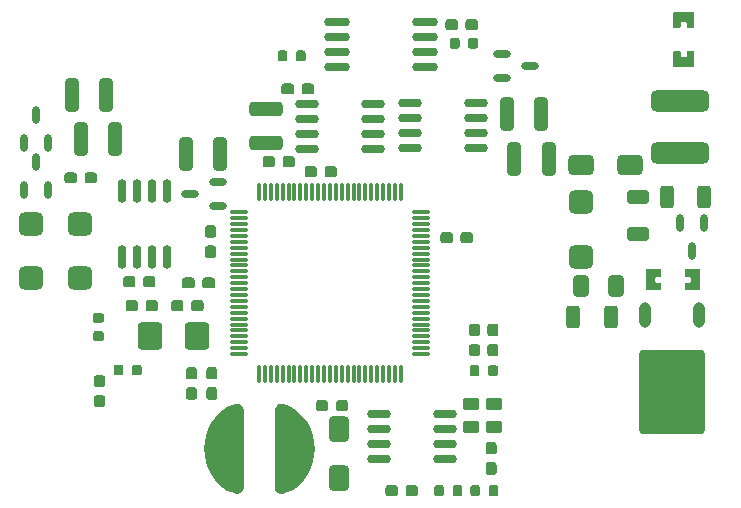
<source format=gtp>
G04 Layer_Color=8421504*
%FSLAX24Y24*%
%MOIN*%
G70*
G01*
G75*
%ADD11O,0.0591X0.0281*%
G04:AMPARAMS|DCode=14|XSize=47.2mil|YSize=74.8mil|CornerRadius=11.8mil|HoleSize=0mil|Usage=FLASHONLY|Rotation=180.000|XOffset=0mil|YOffset=0mil|HoleType=Round|Shape=RoundedRectangle|*
%AMROUNDEDRECTD14*
21,1,0.0472,0.0512,0,0,180.0*
21,1,0.0236,0.0748,0,0,180.0*
1,1,0.0236,-0.0118,0.0256*
1,1,0.0236,0.0118,0.0256*
1,1,0.0236,0.0118,-0.0256*
1,1,0.0236,-0.0118,-0.0256*
%
%ADD14ROUNDEDRECTD14*%
G04:AMPARAMS|DCode=15|XSize=55.1mil|YSize=41.3mil|CornerRadius=10.3mil|HoleSize=0mil|Usage=FLASHONLY|Rotation=0.000|XOffset=0mil|YOffset=0mil|HoleType=Round|Shape=RoundedRectangle|*
%AMROUNDEDRECTD15*
21,1,0.0551,0.0207,0,0,0.0*
21,1,0.0344,0.0413,0,0,0.0*
1,1,0.0207,0.0172,-0.0103*
1,1,0.0207,-0.0172,-0.0103*
1,1,0.0207,-0.0172,0.0103*
1,1,0.0207,0.0172,0.0103*
%
%ADD15ROUNDEDRECTD15*%
G04:AMPARAMS|DCode=17|XSize=194.9mil|YSize=70.9mil|CornerRadius=17.7mil|HoleSize=0mil|Usage=FLASHONLY|Rotation=0.000|XOffset=0mil|YOffset=0mil|HoleType=Round|Shape=RoundedRectangle|*
%AMROUNDEDRECTD17*
21,1,0.1949,0.0354,0,0,0.0*
21,1,0.1594,0.0709,0,0,0.0*
1,1,0.0354,0.0797,-0.0177*
1,1,0.0354,-0.0797,-0.0177*
1,1,0.0354,-0.0797,0.0177*
1,1,0.0354,0.0797,0.0177*
%
%ADD17ROUNDEDRECTD17*%
G04:AMPARAMS|DCode=18|XSize=86.6mil|YSize=68.9mil|CornerRadius=17.2mil|HoleSize=0mil|Usage=FLASHONLY|Rotation=180.000|XOffset=0mil|YOffset=0mil|HoleType=Round|Shape=RoundedRectangle|*
%AMROUNDEDRECTD18*
21,1,0.0866,0.0344,0,0,180.0*
21,1,0.0522,0.0689,0,0,180.0*
1,1,0.0344,-0.0261,0.0172*
1,1,0.0344,0.0261,0.0172*
1,1,0.0344,0.0261,-0.0172*
1,1,0.0344,-0.0261,-0.0172*
%
%ADD18ROUNDEDRECTD18*%
G04:AMPARAMS|DCode=19|XSize=279.5mil|YSize=218.5mil|CornerRadius=10.9mil|HoleSize=0mil|Usage=FLASHONLY|Rotation=270.000|XOffset=0mil|YOffset=0mil|HoleType=Round|Shape=RoundedRectangle|*
%AMROUNDEDRECTD19*
21,1,0.2795,0.1967,0,0,270.0*
21,1,0.2577,0.2185,0,0,270.0*
1,1,0.0219,-0.0983,-0.1288*
1,1,0.0219,-0.0983,0.1288*
1,1,0.0219,0.0983,0.1288*
1,1,0.0219,0.0983,-0.1288*
%
%ADD19ROUNDEDRECTD19*%
%ADD20O,0.0394X0.0846*%
%ADD22O,0.0281X0.0591*%
G04:AMPARAMS|DCode=23|XSize=47.2mil|YSize=74.8mil|CornerRadius=11.8mil|HoleSize=0mil|Usage=FLASHONLY|Rotation=270.000|XOffset=0mil|YOffset=0mil|HoleType=Round|Shape=RoundedRectangle|*
%AMROUNDEDRECTD23*
21,1,0.0472,0.0512,0,0,270.0*
21,1,0.0236,0.0748,0,0,270.0*
1,1,0.0236,-0.0256,-0.0118*
1,1,0.0236,-0.0256,0.0118*
1,1,0.0236,0.0256,0.0118*
1,1,0.0236,0.0256,-0.0118*
%
%ADD23ROUNDEDRECTD23*%
G04:AMPARAMS|DCode=24|XSize=82.7mil|YSize=78.7mil|CornerRadius=19.7mil|HoleSize=0mil|Usage=FLASHONLY|Rotation=180.000|XOffset=0mil|YOffset=0mil|HoleType=Round|Shape=RoundedRectangle|*
%AMROUNDEDRECTD24*
21,1,0.0827,0.0394,0,0,180.0*
21,1,0.0433,0.0787,0,0,180.0*
1,1,0.0394,-0.0217,0.0197*
1,1,0.0394,0.0217,0.0197*
1,1,0.0394,0.0217,-0.0197*
1,1,0.0394,-0.0217,-0.0197*
%
%ADD24ROUNDEDRECTD24*%
G04:AMPARAMS|DCode=25|XSize=55.1mil|YSize=70.9mil|CornerRadius=13.8mil|HoleSize=0mil|Usage=FLASHONLY|Rotation=0.000|XOffset=0mil|YOffset=0mil|HoleType=Round|Shape=RoundedRectangle|*
%AMROUNDEDRECTD25*
21,1,0.0551,0.0433,0,0,0.0*
21,1,0.0276,0.0709,0,0,0.0*
1,1,0.0276,0.0138,-0.0217*
1,1,0.0276,-0.0138,-0.0217*
1,1,0.0276,-0.0138,0.0217*
1,1,0.0276,0.0138,0.0217*
%
%ADD25ROUNDEDRECTD25*%
G04:AMPARAMS|DCode=28|XSize=110.2mil|YSize=47.2mil|CornerRadius=11.8mil|HoleSize=0mil|Usage=FLASHONLY|Rotation=90.000|XOffset=0mil|YOffset=0mil|HoleType=Round|Shape=RoundedRectangle|*
%AMROUNDEDRECTD28*
21,1,0.1102,0.0236,0,0,90.0*
21,1,0.0866,0.0472,0,0,90.0*
1,1,0.0236,0.0118,0.0433*
1,1,0.0236,0.0118,-0.0433*
1,1,0.0236,-0.0118,-0.0433*
1,1,0.0236,-0.0118,0.0433*
%
%ADD28ROUNDEDRECTD28*%
%ADD30O,0.0800X0.0295*%
%ADD31O,0.0295X0.0800*%
%ADD32O,0.0850X0.0295*%
G04:AMPARAMS|DCode=34|XSize=110.2mil|YSize=47.2mil|CornerRadius=11.8mil|HoleSize=0mil|Usage=FLASHONLY|Rotation=180.000|XOffset=0mil|YOffset=0mil|HoleType=Round|Shape=RoundedRectangle|*
%AMROUNDEDRECTD34*
21,1,0.1102,0.0236,0,0,180.0*
21,1,0.0866,0.0472,0,0,180.0*
1,1,0.0236,-0.0433,0.0118*
1,1,0.0236,0.0433,0.0118*
1,1,0.0236,0.0433,-0.0118*
1,1,0.0236,-0.0433,-0.0118*
%
%ADD34ROUNDEDRECTD34*%
G04:AMPARAMS|DCode=35|XSize=90.6mil|YSize=82.7mil|CornerRadius=12.4mil|HoleSize=0mil|Usage=FLASHONLY|Rotation=270.000|XOffset=0mil|YOffset=0mil|HoleType=Round|Shape=RoundedRectangle|*
%AMROUNDEDRECTD35*
21,1,0.0906,0.0579,0,0,270.0*
21,1,0.0657,0.0827,0,0,270.0*
1,1,0.0248,-0.0289,-0.0329*
1,1,0.0248,-0.0289,0.0329*
1,1,0.0248,0.0289,0.0329*
1,1,0.0248,0.0289,-0.0329*
%
%ADD35ROUNDEDRECTD35*%
G04:AMPARAMS|DCode=36|XSize=86.6mil|YSize=68.9mil|CornerRadius=17.2mil|HoleSize=0mil|Usage=FLASHONLY|Rotation=90.000|XOffset=0mil|YOffset=0mil|HoleType=Round|Shape=RoundedRectangle|*
%AMROUNDEDRECTD36*
21,1,0.0866,0.0344,0,0,90.0*
21,1,0.0522,0.0689,0,0,90.0*
1,1,0.0344,0.0172,0.0261*
1,1,0.0344,0.0172,-0.0261*
1,1,0.0344,-0.0172,-0.0261*
1,1,0.0344,-0.0172,0.0261*
%
%ADD36ROUNDEDRECTD36*%
%ADD37O,0.0118X0.0630*%
%ADD38O,0.0630X0.0118*%
G36*
X36420Y34772D02*
X36447Y34754D01*
X36464Y34728D01*
X36470Y34696D01*
Y34496D01*
X36464Y34465D01*
X36447Y34439D01*
X36420Y34421D01*
X36389Y34415D01*
X36229D01*
X36198Y34421D01*
X36171Y34439D01*
X36154Y34465D01*
X36147Y34496D01*
Y34696D01*
X36154Y34728D01*
X36171Y34754D01*
X36198Y34772D01*
X36229Y34778D01*
X36389D01*
X36420Y34772D01*
D02*
G37*
G36*
X23940Y34782D02*
X23967Y34764D01*
X23984Y34738D01*
X23990Y34706D01*
Y34506D01*
X23984Y34475D01*
X23967Y34449D01*
X23940Y34431D01*
X23909Y34425D01*
X23749D01*
X23718Y34431D01*
X23691Y34449D01*
X23674Y34475D01*
X23667Y34506D01*
Y34706D01*
X23674Y34738D01*
X23691Y34764D01*
X23718Y34782D01*
X23749Y34788D01*
X23909D01*
X23940Y34782D01*
D02*
G37*
G36*
X24550D02*
X24577Y34764D01*
X24594Y34738D01*
X24600Y34706D01*
Y34506D01*
X24594Y34475D01*
X24577Y34449D01*
X24550Y34431D01*
X24519Y34425D01*
X24359D01*
X24328Y34431D01*
X24301Y34449D01*
X24283Y34475D01*
X24277Y34506D01*
Y34706D01*
X24283Y34738D01*
X24301Y34764D01*
X24328Y34782D01*
X24359Y34788D01*
X24519D01*
X24550Y34782D01*
D02*
G37*
G36*
X35810Y34772D02*
X35837Y34754D01*
X35854Y34728D01*
X35861Y34696D01*
Y34496D01*
X35854Y34465D01*
X35837Y34439D01*
X35810Y34421D01*
X35779Y34415D01*
X35619D01*
X35588Y34421D01*
X35561Y34439D01*
X35544Y34465D01*
X35537Y34496D01*
Y34696D01*
X35544Y34728D01*
X35561Y34754D01*
X35588Y34772D01*
X35619Y34778D01*
X35779D01*
X35810Y34772D01*
D02*
G37*
G36*
X23324Y34442D02*
X23354Y34422D01*
X23374Y34393D01*
X23381Y34357D01*
Y34127D01*
X23374Y34092D01*
X23354Y34063D01*
X23324Y34043D01*
X23289Y34036D01*
X23109D01*
X23074Y34043D01*
X23044Y34063D01*
X23024Y34092D01*
X23017Y34127D01*
Y34357D01*
X23024Y34393D01*
X23044Y34422D01*
X23074Y34442D01*
X23109Y34449D01*
X23289D01*
X23324Y34442D01*
D02*
G37*
G36*
X26385Y34698D02*
X26415Y34678D01*
X26435Y34648D01*
X26442Y34613D01*
Y34383D01*
X26435Y34348D01*
X26415Y34318D01*
X26385Y34299D01*
X26350Y34292D01*
X26170D01*
X26135Y34299D01*
X26105Y34318D01*
X26085Y34348D01*
X26078Y34383D01*
Y34613D01*
X26085Y34648D01*
X26105Y34678D01*
X26135Y34698D01*
X26170Y34705D01*
X26350D01*
X26385Y34698D01*
D02*
G37*
G36*
X27064D02*
X27094Y34678D01*
X27114Y34648D01*
X27121Y34613D01*
Y34383D01*
X27114Y34348D01*
X27094Y34318D01*
X27064Y34299D01*
X27029Y34292D01*
X26849D01*
X26814Y34299D01*
X26784Y34318D01*
X26764Y34348D01*
X26757Y34383D01*
Y34613D01*
X26764Y34648D01*
X26784Y34678D01*
X26814Y34698D01*
X26849Y34705D01*
X27029D01*
X27064Y34698D01*
D02*
G37*
G36*
X36434Y36145D02*
X36464Y36125D01*
X36484Y36095D01*
X36491Y36060D01*
Y35830D01*
X36484Y35795D01*
X36464Y35765D01*
X36434Y35745D01*
X36399Y35738D01*
X36219D01*
X36184Y35745D01*
X36154Y35765D01*
X36134Y35795D01*
X36127Y35830D01*
Y36060D01*
X36134Y36095D01*
X36154Y36125D01*
X36184Y36145D01*
X36219Y36152D01*
X36399D01*
X36434Y36145D01*
D02*
G37*
G36*
X23291Y36504D02*
X23317Y36486D01*
X23335Y36460D01*
X23341Y36428D01*
Y36268D01*
X23335Y36237D01*
X23317Y36211D01*
X23291Y36193D01*
X23259Y36187D01*
X23059D01*
X23028Y36193D01*
X23002Y36211D01*
X22984Y36237D01*
X22978Y36268D01*
Y36428D01*
X22984Y36460D01*
X23002Y36486D01*
X23028Y36504D01*
X23059Y36510D01*
X23259D01*
X23291Y36504D01*
D02*
G37*
G36*
X24421Y36927D02*
X24451Y36907D01*
X24471Y36877D01*
X24478Y36842D01*
Y36662D01*
X24471Y36627D01*
X24451Y36597D01*
X24421Y36577D01*
X24386Y36570D01*
X24156D01*
X24121Y36577D01*
X24091Y36597D01*
X24072Y36627D01*
X24065Y36662D01*
Y36842D01*
X24072Y36877D01*
X24091Y36907D01*
X24121Y36927D01*
X24156Y36934D01*
X24386D01*
X24421Y36927D01*
D02*
G37*
G36*
X35824Y36145D02*
X35854Y36125D01*
X35874Y36095D01*
X35881Y36060D01*
Y35830D01*
X35874Y35795D01*
X35854Y35765D01*
X35824Y35745D01*
X35789Y35738D01*
X35609D01*
X35574Y35745D01*
X35544Y35765D01*
X35524Y35795D01*
X35517Y35830D01*
Y36060D01*
X35524Y36095D01*
X35544Y36125D01*
X35574Y36145D01*
X35609Y36152D01*
X35789D01*
X35824Y36145D01*
D02*
G37*
G36*
Y35475D02*
X35854Y35455D01*
X35874Y35425D01*
X35881Y35390D01*
Y35160D01*
X35874Y35125D01*
X35854Y35095D01*
X35824Y35075D01*
X35789Y35068D01*
X35609D01*
X35574Y35075D01*
X35544Y35095D01*
X35524Y35125D01*
X35517Y35160D01*
Y35390D01*
X35524Y35425D01*
X35544Y35455D01*
X35574Y35475D01*
X35609Y35482D01*
X35789D01*
X35824Y35475D01*
D02*
G37*
G36*
X36434D02*
X36464Y35455D01*
X36484Y35425D01*
X36491Y35390D01*
Y35160D01*
X36484Y35125D01*
X36464Y35095D01*
X36434Y35075D01*
X36399Y35068D01*
X36219D01*
X36184Y35075D01*
X36154Y35095D01*
X36134Y35125D01*
X36127Y35160D01*
Y35390D01*
X36134Y35425D01*
X36154Y35455D01*
X36184Y35475D01*
X36219Y35482D01*
X36399D01*
X36434Y35475D01*
D02*
G37*
G36*
X23291Y35894D02*
X23317Y35876D01*
X23335Y35850D01*
X23341Y35818D01*
Y35658D01*
X23335Y35627D01*
X23317Y35601D01*
X23291Y35583D01*
X23259Y35577D01*
X23059D01*
X23028Y35583D01*
X23002Y35601D01*
X22984Y35627D01*
X22978Y35658D01*
Y35818D01*
X22984Y35850D01*
X23002Y35876D01*
X23028Y35894D01*
X23059Y35900D01*
X23259D01*
X23291Y35894D01*
D02*
G37*
G36*
X27064Y34028D02*
X27094Y34008D01*
X27114Y33979D01*
X27121Y33943D01*
Y33713D01*
X27114Y33678D01*
X27094Y33649D01*
X27064Y33629D01*
X27029Y33622D01*
X26849D01*
X26814Y33629D01*
X26784Y33649D01*
X26764Y33678D01*
X26757Y33713D01*
Y33943D01*
X26764Y33979D01*
X26784Y34008D01*
X26814Y34028D01*
X26849Y34035D01*
X27029D01*
X27064Y34028D01*
D02*
G37*
G36*
X35830Y30766D02*
X35856Y30748D01*
X35874Y30722D01*
X35880Y30691D01*
Y30491D01*
X35874Y30459D01*
X35856Y30433D01*
X35830Y30415D01*
X35799Y30409D01*
X35639D01*
X35607Y30415D01*
X35581Y30433D01*
X35563Y30459D01*
X35557Y30491D01*
Y30691D01*
X35563Y30722D01*
X35581Y30748D01*
X35607Y30766D01*
X35639Y30772D01*
X35799D01*
X35830Y30766D01*
D02*
G37*
G36*
X36440D02*
X36466Y30748D01*
X36484Y30722D01*
X36490Y30691D01*
Y30491D01*
X36484Y30459D01*
X36466Y30433D01*
X36440Y30415D01*
X36409Y30409D01*
X36249D01*
X36217Y30415D01*
X36191Y30433D01*
X36173Y30459D01*
X36167Y30491D01*
Y30691D01*
X36173Y30722D01*
X36191Y30748D01*
X36217Y30766D01*
X36249Y30772D01*
X36409D01*
X36440Y30766D01*
D02*
G37*
G36*
X29310Y33471D02*
X29439Y33430D01*
X29590Y33370D01*
X29730Y33287D01*
X29855Y33183D01*
X29859Y33178D01*
X30008Y33013D01*
X30134Y32829D01*
X30234Y32630D01*
X30307Y32419D01*
X30351Y32201D01*
X30366Y31978D01*
X30351Y31756D01*
X30307Y31538D01*
X30234Y31327D01*
X30134Y31128D01*
X30008Y30944D01*
X29859Y30779D01*
X29857Y30776D01*
X29730Y30671D01*
X29589Y30587D01*
X29436Y30525D01*
X29302Y30484D01*
X29229Y30475D01*
X29158Y30494D01*
X29099Y30537D01*
X29060Y30599D01*
X29046Y30672D01*
Y33277D01*
X29060Y33352D01*
X29100Y33415D01*
X29161Y33460D01*
X29234Y33480D01*
X29310Y33471D01*
D02*
G37*
G36*
X35239Y30766D02*
X35266Y30748D01*
X35283Y30722D01*
X35289Y30691D01*
Y30491D01*
X35283Y30459D01*
X35266Y30433D01*
X35239Y30415D01*
X35208Y30409D01*
X35048D01*
X35017Y30415D01*
X34990Y30433D01*
X34972Y30459D01*
X34966Y30491D01*
Y30691D01*
X34972Y30722D01*
X34990Y30748D01*
X35017Y30766D01*
X35048Y30772D01*
X35208D01*
X35239Y30766D01*
D02*
G37*
G36*
X33083Y30765D02*
X33113Y30745D01*
X33132Y30716D01*
X33139Y30681D01*
Y30501D01*
X33132Y30465D01*
X33113Y30436D01*
X33083Y30416D01*
X33048Y30409D01*
X32818D01*
X32783Y30416D01*
X32753Y30436D01*
X32733Y30465D01*
X32726Y30501D01*
Y30681D01*
X32733Y30716D01*
X32753Y30745D01*
X32783Y30765D01*
X32818Y30772D01*
X33048D01*
X33083Y30765D01*
D02*
G37*
G36*
X33753D02*
X33783Y30745D01*
X33802Y30716D01*
X33809Y30681D01*
Y30501D01*
X33802Y30465D01*
X33783Y30436D01*
X33753Y30416D01*
X33718Y30409D01*
X33488D01*
X33453Y30416D01*
X33423Y30436D01*
X33403Y30465D01*
X33396Y30501D01*
Y30681D01*
X33403Y30716D01*
X33423Y30745D01*
X33453Y30765D01*
X33488Y30772D01*
X33718D01*
X33753Y30765D01*
D02*
G37*
G36*
X34629Y30766D02*
X34656Y30748D01*
X34673Y30722D01*
X34679Y30691D01*
Y30491D01*
X34673Y30459D01*
X34656Y30433D01*
X34629Y30415D01*
X34598Y30409D01*
X34438D01*
X34407Y30415D01*
X34380Y30433D01*
X34362Y30459D01*
X34356Y30491D01*
Y30691D01*
X34362Y30722D01*
X34380Y30748D01*
X34407Y30766D01*
X34438Y30772D01*
X34598D01*
X34629Y30766D01*
D02*
G37*
G36*
X31430Y33600D02*
X31460Y33580D01*
X31480Y33550D01*
X31487Y33515D01*
Y33335D01*
X31480Y33300D01*
X31460Y33270D01*
X31430Y33250D01*
X31395Y33243D01*
X31165D01*
X31130Y33250D01*
X31100Y33270D01*
X31080Y33300D01*
X31073Y33335D01*
Y33515D01*
X31080Y33550D01*
X31100Y33580D01*
X31130Y33600D01*
X31165Y33607D01*
X31395D01*
X31430Y33600D01*
D02*
G37*
G36*
X23324Y33772D02*
X23354Y33752D01*
X23374Y33723D01*
X23381Y33687D01*
Y33457D01*
X23374Y33422D01*
X23354Y33393D01*
X23324Y33373D01*
X23289Y33366D01*
X23109D01*
X23074Y33373D01*
X23044Y33393D01*
X23024Y33422D01*
X23017Y33457D01*
Y33687D01*
X23024Y33723D01*
X23044Y33752D01*
X23074Y33772D01*
X23109Y33779D01*
X23289D01*
X23324Y33772D01*
D02*
G37*
G36*
X26385Y34028D02*
X26415Y34008D01*
X26435Y33979D01*
X26442Y33943D01*
Y33713D01*
X26435Y33678D01*
X26415Y33649D01*
X26385Y33629D01*
X26350Y33622D01*
X26170D01*
X26135Y33629D01*
X26105Y33649D01*
X26085Y33678D01*
X26078Y33713D01*
Y33943D01*
X26085Y33979D01*
X26105Y34008D01*
X26135Y34028D01*
X26170Y34035D01*
X26350D01*
X26385Y34028D01*
D02*
G37*
G36*
X30760Y33600D02*
X30790Y33580D01*
X30810Y33550D01*
X30817Y33515D01*
Y33335D01*
X30810Y33300D01*
X30790Y33270D01*
X30760Y33250D01*
X30725Y33243D01*
X30495D01*
X30460Y33250D01*
X30430Y33270D01*
X30410Y33300D01*
X30403Y33335D01*
Y33515D01*
X30410Y33550D01*
X30430Y33580D01*
X30460Y33600D01*
X30495Y33607D01*
X30725D01*
X30760Y33600D01*
D02*
G37*
G36*
X27889Y33463D02*
X27948Y33419D01*
X27987Y33357D01*
X28001Y33285D01*
Y30679D01*
X27987Y30605D01*
X27947Y30541D01*
X27886Y30496D01*
X27813Y30477D01*
X27738Y30486D01*
X27608Y30526D01*
X27457Y30587D01*
X27318Y30670D01*
X27193Y30774D01*
X27188Y30779D01*
X27039Y30944D01*
X26913Y31128D01*
X26813Y31327D01*
X26740Y31538D01*
X26696Y31756D01*
X26681Y31978D01*
X26696Y32201D01*
X26740Y32419D01*
X26813Y32630D01*
X26913Y32829D01*
X27039Y33013D01*
X27188Y33178D01*
X27190Y33180D01*
X27317Y33286D01*
X27458Y33370D01*
X27611Y33431D01*
X27745Y33473D01*
X27818Y33482D01*
X27889Y33463D01*
D02*
G37*
G36*
X36375Y31528D02*
X36405Y31508D01*
X36425Y31479D01*
X36432Y31443D01*
Y31213D01*
X36425Y31178D01*
X36405Y31149D01*
X36375Y31129D01*
X36340Y31122D01*
X36160D01*
X36125Y31129D01*
X36095Y31149D01*
X36075Y31178D01*
X36068Y31213D01*
Y31443D01*
X36075Y31479D01*
X36095Y31508D01*
X36125Y31528D01*
X36160Y31535D01*
X36340D01*
X36375Y31528D01*
D02*
G37*
G36*
Y32198D02*
X36405Y32178D01*
X36425Y32148D01*
X36432Y32113D01*
Y31883D01*
X36425Y31848D01*
X36405Y31818D01*
X36375Y31799D01*
X36340Y31792D01*
X36160D01*
X36125Y31799D01*
X36095Y31818D01*
X36075Y31848D01*
X36068Y31883D01*
Y32113D01*
X36075Y32148D01*
X36095Y32178D01*
X36125Y32198D01*
X36160Y32205D01*
X36340D01*
X36375Y32198D01*
D02*
G37*
G36*
X29618Y44151D02*
X29648Y44131D01*
X29668Y44101D01*
X29675Y44066D01*
Y43886D01*
X29668Y43851D01*
X29648Y43821D01*
X29618Y43802D01*
X29583Y43795D01*
X29353D01*
X29318Y43802D01*
X29288Y43821D01*
X29268Y43851D01*
X29261Y43886D01*
Y44066D01*
X29268Y44101D01*
X29288Y44131D01*
X29318Y44151D01*
X29353Y44158D01*
X29583D01*
X29618Y44151D01*
D02*
G37*
G36*
X30288D02*
X30318Y44131D01*
X30338Y44101D01*
X30345Y44066D01*
Y43886D01*
X30338Y43851D01*
X30318Y43821D01*
X30288Y43802D01*
X30253Y43795D01*
X30023D01*
X29988Y43802D01*
X29958Y43821D01*
X29938Y43851D01*
X29931Y43886D01*
Y44066D01*
X29938Y44101D01*
X29958Y44131D01*
X29988Y44151D01*
X30023Y44158D01*
X30253D01*
X30288Y44151D01*
D02*
G37*
G36*
X29403Y45254D02*
X29429Y45236D01*
X29447Y45210D01*
X29453Y45179D01*
Y44979D01*
X29447Y44948D01*
X29429Y44921D01*
X29403Y44903D01*
X29371Y44897D01*
X29211D01*
X29180Y44903D01*
X29154Y44921D01*
X29136Y44948D01*
X29130Y44979D01*
Y45179D01*
X29136Y45210D01*
X29154Y45236D01*
X29180Y45254D01*
X29211Y45260D01*
X29371D01*
X29403Y45254D01*
D02*
G37*
G36*
X29658Y41730D02*
X29688Y41710D01*
X29708Y41680D01*
X29715Y41645D01*
Y41465D01*
X29708Y41430D01*
X29688Y41400D01*
X29658Y41380D01*
X29623Y41373D01*
X29393D01*
X29358Y41380D01*
X29328Y41400D01*
X29308Y41430D01*
X29301Y41465D01*
Y41645D01*
X29308Y41680D01*
X29328Y41710D01*
X29358Y41730D01*
X29393Y41737D01*
X29623D01*
X29658Y41730D01*
D02*
G37*
G36*
X30386Y41395D02*
X30416Y41375D01*
X30436Y41346D01*
X30443Y41310D01*
Y41130D01*
X30436Y41095D01*
X30416Y41066D01*
X30386Y41046D01*
X30351Y41039D01*
X30121D01*
X30086Y41046D01*
X30056Y41066D01*
X30036Y41095D01*
X30029Y41130D01*
Y41310D01*
X30036Y41346D01*
X30056Y41375D01*
X30086Y41395D01*
X30121Y41402D01*
X30351D01*
X30386Y41395D01*
D02*
G37*
G36*
X31056D02*
X31086Y41375D01*
X31106Y41346D01*
X31113Y41310D01*
Y41130D01*
X31106Y41095D01*
X31086Y41066D01*
X31056Y41046D01*
X31021Y41039D01*
X30791D01*
X30756Y41046D01*
X30726Y41066D01*
X30706Y41095D01*
X30699Y41130D01*
Y41310D01*
X30706Y41346D01*
X30726Y41375D01*
X30756Y41395D01*
X30791Y41402D01*
X31021D01*
X31056Y41395D01*
D02*
G37*
G36*
X28988Y41730D02*
X29018Y41710D01*
X29038Y41680D01*
X29045Y41645D01*
Y41465D01*
X29038Y41430D01*
X29018Y41400D01*
X28988Y41380D01*
X28953Y41373D01*
X28723D01*
X28688Y41380D01*
X28658Y41400D01*
X28638Y41430D01*
X28631Y41465D01*
Y41645D01*
X28638Y41680D01*
X28658Y41710D01*
X28688Y41730D01*
X28723Y41737D01*
X28953D01*
X28988Y41730D01*
D02*
G37*
G36*
X35081Y46297D02*
X35111Y46277D01*
X35131Y46247D01*
X35138Y46212D01*
Y46032D01*
X35131Y45997D01*
X35111Y45967D01*
X35081Y45947D01*
X35046Y45940D01*
X34816D01*
X34781Y45947D01*
X34751Y45967D01*
X34731Y45997D01*
X34724Y46032D01*
Y46212D01*
X34731Y46247D01*
X34751Y46277D01*
X34781Y46297D01*
X34816Y46304D01*
X35046D01*
X35081Y46297D01*
D02*
G37*
G36*
X35751D02*
X35781Y46277D01*
X35801Y46247D01*
X35808Y46212D01*
Y46032D01*
X35801Y45997D01*
X35781Y45967D01*
X35751Y45947D01*
X35716Y45940D01*
X35486D01*
X35451Y45947D01*
X35421Y45967D01*
X35401Y45997D01*
X35394Y46032D01*
Y46212D01*
X35401Y46247D01*
X35421Y46277D01*
X35451Y46297D01*
X35486Y46304D01*
X35716D01*
X35751Y46297D01*
D02*
G37*
G36*
X43019Y46517D02*
X43028Y46496D01*
Y46044D01*
X43019Y46023D01*
X42998Y46014D01*
X42795D01*
X42774Y46023D01*
X42766Y46044D01*
Y46182D01*
X42757Y46202D01*
X42736Y46211D01*
X42598D01*
X42578Y46202D01*
X42569Y46182D01*
Y46044D01*
X42560Y46023D01*
X42539Y46014D01*
X42337D01*
X42316Y46023D01*
X42307Y46044D01*
Y46496D01*
X42316Y46517D01*
X42337Y46526D01*
X42998D01*
X43019Y46517D01*
D02*
G37*
G36*
X35761Y45677D02*
X35787Y45660D01*
X35805Y45633D01*
X35811Y45602D01*
Y45402D01*
X35805Y45371D01*
X35787Y45344D01*
X35761Y45327D01*
X35729Y45320D01*
X35569D01*
X35538Y45327D01*
X35512Y45344D01*
X35494Y45371D01*
X35488Y45402D01*
Y45602D01*
X35494Y45633D01*
X35512Y45660D01*
X35538Y45677D01*
X35569Y45684D01*
X35729D01*
X35761Y45677D01*
D02*
G37*
G36*
X30013Y45254D02*
X30039Y45236D01*
X30057Y45210D01*
X30063Y45179D01*
Y44979D01*
X30057Y44948D01*
X30039Y44921D01*
X30013Y44903D01*
X29981Y44897D01*
X29821D01*
X29790Y44903D01*
X29764Y44921D01*
X29746Y44948D01*
X29740Y44979D01*
Y45179D01*
X29746Y45210D01*
X29764Y45236D01*
X29790Y45254D01*
X29821Y45260D01*
X29981D01*
X30013Y45254D01*
D02*
G37*
G36*
X43019Y45217D02*
X43028Y45196D01*
Y44744D01*
X43019Y44723D01*
X42998Y44714D01*
X42337D01*
X42316Y44723D01*
X42307Y44744D01*
Y45196D01*
X42316Y45217D01*
X42337Y45226D01*
X42539D01*
X42560Y45217D01*
X42569Y45196D01*
Y45059D01*
X42578Y45038D01*
X42598Y45029D01*
X42736D01*
X42757Y45038D01*
X42766Y45059D01*
Y45196D01*
X42774Y45217D01*
X42795Y45226D01*
X42998D01*
X43019Y45217D01*
D02*
G37*
G36*
X35151Y45677D02*
X35177Y45660D01*
X35195Y45633D01*
X35201Y45602D01*
Y45402D01*
X35195Y45371D01*
X35177Y45344D01*
X35151Y45327D01*
X35119Y45320D01*
X34959D01*
X34928Y45327D01*
X34902Y45344D01*
X34884Y45371D01*
X34878Y45402D01*
Y45602D01*
X34884Y45633D01*
X34902Y45660D01*
X34928Y45677D01*
X34959Y45684D01*
X35119D01*
X35151Y45677D01*
D02*
G37*
G36*
X23054Y41189D02*
X23084Y41169D01*
X23104Y41139D01*
X23111Y41104D01*
Y40924D01*
X23104Y40889D01*
X23084Y40859D01*
X23054Y40839D01*
X23019Y40832D01*
X22789D01*
X22754Y40839D01*
X22724Y40859D01*
X22704Y40889D01*
X22697Y40924D01*
Y41104D01*
X22704Y41139D01*
X22724Y41169D01*
X22754Y41189D01*
X22789Y41196D01*
X23019D01*
X23054Y41189D01*
D02*
G37*
G36*
X43210Y37970D02*
X43219Y37949D01*
Y37287D01*
X43210Y37267D01*
X43189Y37258D01*
X42737D01*
X42716Y37267D01*
X42707Y37287D01*
Y37490D01*
X42716Y37511D01*
X42737Y37520D01*
X42874D01*
X42895Y37528D01*
X42904Y37549D01*
Y37687D01*
X42895Y37708D01*
X42874Y37717D01*
X42737D01*
X42716Y37725D01*
X42707Y37746D01*
Y37949D01*
X42716Y37970D01*
X42737Y37978D01*
X43189D01*
X43210Y37970D01*
D02*
G37*
G36*
X26311Y37685D02*
X26341Y37665D01*
X26361Y37635D01*
X26368Y37600D01*
Y37420D01*
X26361Y37385D01*
X26341Y37355D01*
X26311Y37335D01*
X26276Y37328D01*
X26046D01*
X26011Y37335D01*
X25981Y37355D01*
X25961Y37385D01*
X25954Y37420D01*
Y37600D01*
X25961Y37635D01*
X25981Y37665D01*
X26011Y37685D01*
X26046Y37692D01*
X26276D01*
X26311Y37685D01*
D02*
G37*
G36*
X26981D02*
X27011Y37665D01*
X27031Y37635D01*
X27038Y37600D01*
Y37420D01*
X27031Y37385D01*
X27011Y37355D01*
X26981Y37335D01*
X26946Y37328D01*
X26716D01*
X26681Y37335D01*
X26651Y37355D01*
X26631Y37385D01*
X26624Y37420D01*
Y37600D01*
X26631Y37635D01*
X26651Y37665D01*
X26681Y37685D01*
X26716Y37692D01*
X26946D01*
X26981Y37685D01*
D02*
G37*
G36*
X41910Y37970D02*
X41919Y37949D01*
Y37746D01*
X41910Y37725D01*
X41889Y37717D01*
X41752D01*
X41731Y37708D01*
X41722Y37687D01*
Y37549D01*
X41731Y37528D01*
X41752Y37520D01*
X41889D01*
X41910Y37511D01*
X41919Y37490D01*
Y37287D01*
X41910Y37267D01*
X41889Y37258D01*
X41437D01*
X41416Y37267D01*
X41407Y37287D01*
Y37949D01*
X41416Y37970D01*
X41437Y37978D01*
X41889D01*
X41910Y37970D01*
D02*
G37*
G36*
X25091Y36927D02*
X25121Y36907D01*
X25141Y36877D01*
X25148Y36842D01*
Y36662D01*
X25141Y36627D01*
X25121Y36597D01*
X25091Y36577D01*
X25056Y36570D01*
X24826D01*
X24791Y36577D01*
X24761Y36597D01*
X24742Y36627D01*
X24735Y36662D01*
Y36842D01*
X24742Y36877D01*
X24761Y36907D01*
X24791Y36927D01*
X24826Y36934D01*
X25056D01*
X25091Y36927D01*
D02*
G37*
G36*
X25937D02*
X25967Y36907D01*
X25987Y36877D01*
X25994Y36842D01*
Y36662D01*
X25987Y36627D01*
X25967Y36597D01*
X25937Y36577D01*
X25902Y36570D01*
X25672D01*
X25637Y36577D01*
X25607Y36597D01*
X25587Y36627D01*
X25580Y36662D01*
Y36842D01*
X25587Y36877D01*
X25607Y36907D01*
X25637Y36927D01*
X25672Y36934D01*
X25902D01*
X25937Y36927D01*
D02*
G37*
G36*
X26607D02*
X26637Y36907D01*
X26657Y36877D01*
X26664Y36842D01*
Y36662D01*
X26657Y36627D01*
X26637Y36597D01*
X26607Y36577D01*
X26572Y36570D01*
X26342D01*
X26307Y36577D01*
X26277Y36597D01*
X26257Y36627D01*
X26250Y36662D01*
Y36842D01*
X26257Y36877D01*
X26277Y36907D01*
X26307Y36927D01*
X26342Y36934D01*
X26572D01*
X26607Y36927D01*
D02*
G37*
G36*
X35584Y39191D02*
X35613Y39171D01*
X35633Y39141D01*
X35640Y39106D01*
Y38926D01*
X35633Y38891D01*
X35613Y38861D01*
X35584Y38841D01*
X35548Y38834D01*
X35318D01*
X35283Y38841D01*
X35254Y38861D01*
X35234Y38891D01*
X35227Y38926D01*
Y39106D01*
X35234Y39141D01*
X35254Y39171D01*
X35283Y39191D01*
X35318Y39198D01*
X35548D01*
X35584Y39191D01*
D02*
G37*
G36*
X27015Y39423D02*
X27045Y39403D01*
X27065Y39373D01*
X27072Y39338D01*
Y39108D01*
X27065Y39073D01*
X27045Y39043D01*
X27015Y39023D01*
X26980Y39016D01*
X26800D01*
X26765Y39023D01*
X26735Y39043D01*
X26715Y39073D01*
X26708Y39108D01*
Y39338D01*
X26715Y39373D01*
X26735Y39403D01*
X26765Y39423D01*
X26800Y39430D01*
X26980D01*
X27015Y39423D01*
D02*
G37*
G36*
X22384Y41189D02*
X22414Y41169D01*
X22434Y41139D01*
X22441Y41104D01*
Y40924D01*
X22434Y40889D01*
X22414Y40859D01*
X22384Y40839D01*
X22349Y40832D01*
X22119D01*
X22084Y40839D01*
X22054Y40859D01*
X22034Y40889D01*
X22027Y40924D01*
Y41104D01*
X22034Y41139D01*
X22054Y41169D01*
X22084Y41189D01*
X22119Y41196D01*
X22349D01*
X22384Y41189D01*
D02*
G37*
G36*
X34914Y39191D02*
X34943Y39171D01*
X34963Y39141D01*
X34970Y39106D01*
Y38926D01*
X34963Y38891D01*
X34943Y38861D01*
X34914Y38841D01*
X34878Y38834D01*
X34648D01*
X34613Y38841D01*
X34584Y38861D01*
X34564Y38891D01*
X34557Y38926D01*
Y39106D01*
X34564Y39141D01*
X34584Y39171D01*
X34613Y39191D01*
X34648Y39198D01*
X34878D01*
X34914Y39191D01*
D02*
G37*
G36*
X24333Y37724D02*
X24363Y37704D01*
X24382Y37674D01*
X24389Y37639D01*
Y37459D01*
X24382Y37424D01*
X24363Y37394D01*
X24333Y37374D01*
X24298Y37367D01*
X24068D01*
X24033Y37374D01*
X24003Y37394D01*
X23983Y37424D01*
X23976Y37459D01*
Y37639D01*
X23983Y37674D01*
X24003Y37704D01*
X24033Y37724D01*
X24068Y37731D01*
X24298D01*
X24333Y37724D01*
D02*
G37*
G36*
X25003D02*
X25033Y37704D01*
X25052Y37674D01*
X25059Y37639D01*
Y37459D01*
X25052Y37424D01*
X25033Y37394D01*
X25003Y37374D01*
X24968Y37367D01*
X24738D01*
X24703Y37374D01*
X24673Y37394D01*
X24653Y37424D01*
X24646Y37459D01*
Y37639D01*
X24653Y37674D01*
X24673Y37704D01*
X24703Y37724D01*
X24738Y37731D01*
X24968D01*
X25003Y37724D01*
D02*
G37*
G36*
X27015Y38753D02*
X27045Y38733D01*
X27065Y38703D01*
X27072Y38668D01*
Y38438D01*
X27065Y38403D01*
X27045Y38373D01*
X27015Y38353D01*
X26980Y38346D01*
X26800D01*
X26765Y38353D01*
X26735Y38373D01*
X26715Y38403D01*
X26708Y38438D01*
Y38668D01*
X26715Y38703D01*
X26735Y38733D01*
X26765Y38753D01*
X26800Y38760D01*
X26980D01*
X27015Y38753D01*
D02*
G37*
D11*
X27131Y40069D02*
D03*
Y40869D02*
D03*
X26221Y40469D02*
D03*
X36619Y45148D02*
D03*
Y44348D02*
D03*
X37529Y44748D02*
D03*
D14*
X38976Y36388D02*
D03*
X40236D02*
D03*
X42096Y40384D02*
D03*
X43356D02*
D03*
D15*
X36339Y32717D02*
D03*
Y33465D02*
D03*
X35581Y32717D02*
D03*
Y33465D02*
D03*
D17*
X42539Y41831D02*
D03*
Y43563D02*
D03*
D18*
X39252Y41427D02*
D03*
X40866D02*
D03*
D19*
X42274Y33888D02*
D03*
D20*
X43171Y36447D02*
D03*
X41376D02*
D03*
D22*
X43356Y39493D02*
D03*
X42556D02*
D03*
X42956Y38583D02*
D03*
X21489Y42180D02*
D03*
X20689D02*
D03*
X21089Y43090D02*
D03*
X21489Y40615D02*
D03*
X20689D02*
D03*
X21089Y41525D02*
D03*
D23*
X41161Y39124D02*
D03*
Y40384D02*
D03*
D24*
X39262Y40197D02*
D03*
Y38386D02*
D03*
X20925Y37677D02*
D03*
Y39488D02*
D03*
X22559D02*
D03*
Y37677D02*
D03*
D25*
X40404Y37392D02*
D03*
X39262D02*
D03*
D28*
X38169Y41634D02*
D03*
X37028D02*
D03*
X37913Y43150D02*
D03*
X36772D02*
D03*
X23415Y43789D02*
D03*
X22274D02*
D03*
X23720Y42313D02*
D03*
X22579D02*
D03*
X26063Y41821D02*
D03*
X27205D02*
D03*
D30*
X30123Y42978D02*
D03*
X32323D02*
D03*
X30123Y43478D02*
D03*
X32323D02*
D03*
X30123Y41978D02*
D03*
Y42478D02*
D03*
X32323D02*
D03*
Y41978D02*
D03*
X35743Y42494D02*
D03*
X33543D02*
D03*
X35743Y41994D02*
D03*
X33543D02*
D03*
X35743Y43494D02*
D03*
Y42994D02*
D03*
X33543D02*
D03*
Y43494D02*
D03*
X34700Y32130D02*
D03*
X32500D02*
D03*
X34700Y31630D02*
D03*
X32500D02*
D03*
X34700Y33130D02*
D03*
Y32630D02*
D03*
X32500D02*
D03*
Y33130D02*
D03*
D31*
X24937Y40586D02*
D03*
Y38386D02*
D03*
X25437Y40586D02*
D03*
Y38386D02*
D03*
X23937Y40586D02*
D03*
X24437D02*
D03*
Y38386D02*
D03*
X23937D02*
D03*
D32*
X34062Y45201D02*
D03*
X31112D02*
D03*
X34062Y46201D02*
D03*
Y45701D02*
D03*
Y44701D02*
D03*
X31112Y46201D02*
D03*
Y45701D02*
D03*
Y44701D02*
D03*
D34*
X28730Y43297D02*
D03*
Y42156D02*
D03*
D35*
X26447Y35748D02*
D03*
X24872D02*
D03*
D36*
X31191Y32628D02*
D03*
Y31014D02*
D03*
D37*
X28514Y34469D02*
D03*
X28711D02*
D03*
X28907D02*
D03*
X29104D02*
D03*
X29301D02*
D03*
X29498D02*
D03*
X29695D02*
D03*
X29892D02*
D03*
X30089D02*
D03*
X30285D02*
D03*
X30482D02*
D03*
X30679D02*
D03*
Y40532D02*
D03*
X30482D02*
D03*
X30285D02*
D03*
X30089D02*
D03*
X29892D02*
D03*
X29695D02*
D03*
X29498D02*
D03*
X29301D02*
D03*
X29104D02*
D03*
X28907D02*
D03*
X28711D02*
D03*
X28514D02*
D03*
X31073Y34469D02*
D03*
X31270D02*
D03*
X31467D02*
D03*
X31663D02*
D03*
X31860D02*
D03*
X32057D02*
D03*
X32254D02*
D03*
X32451D02*
D03*
X32648D02*
D03*
X32844D02*
D03*
X33041D02*
D03*
X33238D02*
D03*
Y40532D02*
D03*
X33041D02*
D03*
X32844D02*
D03*
X32648D02*
D03*
X32451D02*
D03*
X32254D02*
D03*
X32057D02*
D03*
X31860D02*
D03*
X31663D02*
D03*
X31467D02*
D03*
X31270D02*
D03*
X31073D02*
D03*
X30876Y34469D02*
D03*
Y40532D02*
D03*
D38*
X27844Y37303D02*
D03*
Y37106D02*
D03*
Y36909D02*
D03*
Y36713D02*
D03*
Y36516D02*
D03*
Y36319D02*
D03*
Y36122D02*
D03*
Y35925D02*
D03*
Y35728D02*
D03*
Y35531D02*
D03*
Y35335D02*
D03*
Y35138D02*
D03*
Y39862D02*
D03*
Y39665D02*
D03*
Y39469D02*
D03*
Y39272D02*
D03*
Y39075D02*
D03*
Y38878D02*
D03*
Y38681D02*
D03*
Y38484D02*
D03*
Y38287D02*
D03*
Y38091D02*
D03*
Y37894D02*
D03*
Y37697D02*
D03*
X33907Y35138D02*
D03*
Y35335D02*
D03*
Y35531D02*
D03*
Y35728D02*
D03*
Y35925D02*
D03*
Y36122D02*
D03*
Y36319D02*
D03*
Y36516D02*
D03*
Y36713D02*
D03*
Y36909D02*
D03*
Y37106D02*
D03*
Y37303D02*
D03*
Y37697D02*
D03*
Y37894D02*
D03*
Y38091D02*
D03*
Y38287D02*
D03*
Y38484D02*
D03*
Y38681D02*
D03*
Y38878D02*
D03*
Y39075D02*
D03*
Y39272D02*
D03*
Y39469D02*
D03*
Y39665D02*
D03*
Y39862D02*
D03*
X27844Y37500D02*
D03*
X33907D02*
D03*
M02*

</source>
